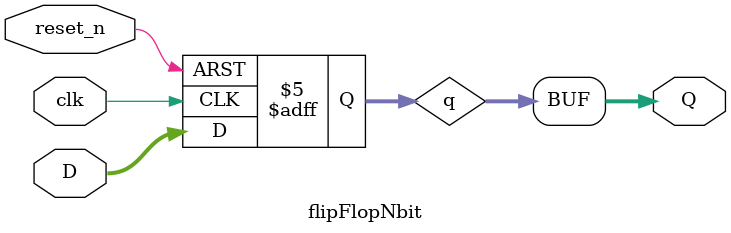
<source format=v>

module flipFlopNbit #(
		      parameter busWidth = 8 //Flip flop bus width. Default = 8 bits.
		    )
     (
      input [(busWidth - 1):0] D,
      input 			clk,
      input 			reset_n,
      output [(busWidth - 1):0] Q      
      );
   

  //Register for holding the output value. Used for assigning in an always block.
	reg [(busWidth - 1):0] q = 0;
   assign Q = q;
   
  
  always @(posedge(clk), negedge(reset_n)) begin
     //If the reset line is low, set the output to be zero despite the input.
     if(reset_n == 1'b0) begin
	q <= 0;
     end
     //Else if the reset line is low, and the flip flops are clocked, set the output
     //to equal the input.
     else if (clk == 1'b1) begin
	q <= D;
     end
     //Else, keep the output the same.
     else begin
	q <= q;
     end
  end//always
   
  endmodule // flipFlopNbit

</source>
